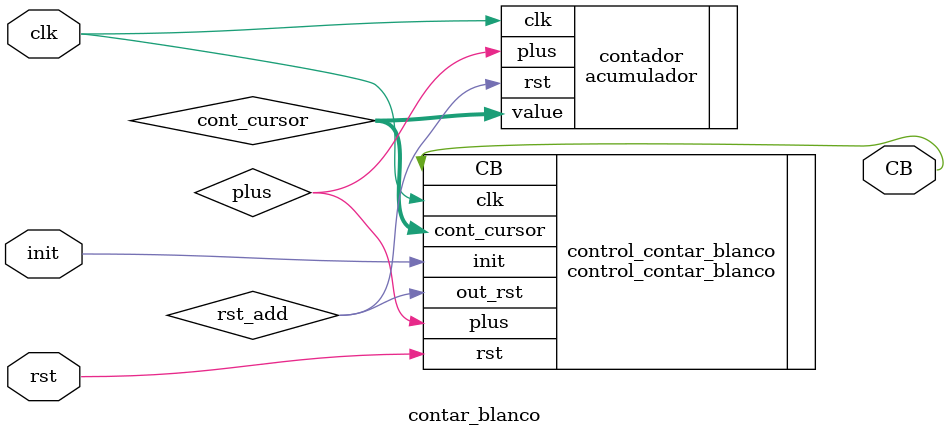
<source format=v>
module contar_blanco (
    clk,
    rst,
    init,
    CB
);

  input clk;
  input rst;
  input init;


  wire [23:0] cont_cursor;
  wire plus;
  wire rst_add;


  output wire CB;


  acumulador #(
      .WIDTH(24),
      .RST_VALUE(0),
      .PLUS_VALUE(1),
      .POS_EDGE(1)
  ) contador (
      .clk  (clk),
      .rst  (rst_add),
      .plus (plus),
      .value(cont_cursor)
  );

  control_contar_blanco control_contar_blanco (
      .clk(clk),
      .rst(rst),
      .init(init),
      .cont_cursor(cont_cursor),
      .CB(CB),
      .plus(plus),
      .out_rst(rst_add)
  );


endmodule

</source>
